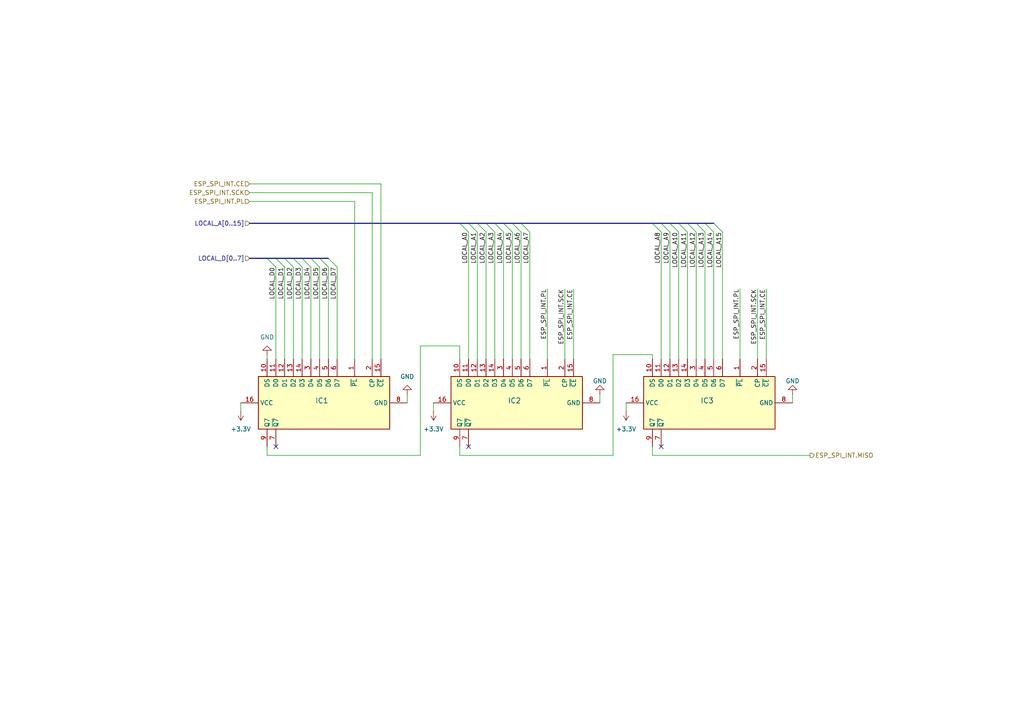
<source format=kicad_sch>
(kicad_sch
	(version 20231120)
	(generator "eeschema")
	(generator_version "8.0")
	(uuid "c77a1f61-97dd-459c-9d91-00b0acbe4ada")
	(paper "A4")
	(lib_symbols
		(symbol "74xx:74HC165"
			(exclude_from_sim no)
			(in_bom yes)
			(on_board yes)
			(property "Reference" "U"
				(at -7.62 19.05 0)
				(effects
					(font
						(size 1.27 1.27)
					)
				)
			)
			(property "Value" "74HC165"
				(at -7.62 -21.59 0)
				(effects
					(font
						(size 1.27 1.27)
					)
				)
			)
			(property "Footprint" ""
				(at 0 0 0)
				(effects
					(font
						(size 1.27 1.27)
					)
					(hide yes)
				)
			)
			(property "Datasheet" "https://assets.nexperia.com/documents/data-sheet/74HC_HCT165.pdf"
				(at 0 0 0)
				(effects
					(font
						(size 1.27 1.27)
					)
					(hide yes)
				)
			)
			(property "Description" "Shift Register, 8-bit, Parallel Load"
				(at 0 0 0)
				(effects
					(font
						(size 1.27 1.27)
					)
					(hide yes)
				)
			)
			(property "ki_keywords" "8 bit shift register parallel load cmos"
				(at 0 0 0)
				(effects
					(font
						(size 1.27 1.27)
					)
					(hide yes)
				)
			)
			(property "ki_fp_filters" "DIP?16* SO*16*3.9x9.9mm*P1.27mm* SSOP*16*5.3x6.2mm*P0.65mm* TSSOP*16*4.4x5mm*P0.65*"
				(at 0 0 0)
				(effects
					(font
						(size 1.27 1.27)
					)
					(hide yes)
				)
			)
			(symbol "74HC165_1_0"
				(pin input line
					(at -12.7 -10.16 0)
					(length 5.08)
					(name "~{PL}"
						(effects
							(font
								(size 1.27 1.27)
							)
						)
					)
					(number "1"
						(effects
							(font
								(size 1.27 1.27)
							)
						)
					)
				)
				(pin input line
					(at -12.7 15.24 0)
					(length 5.08)
					(name "DS"
						(effects
							(font
								(size 1.27 1.27)
							)
						)
					)
					(number "10"
						(effects
							(font
								(size 1.27 1.27)
							)
						)
					)
				)
				(pin input line
					(at -12.7 12.7 0)
					(length 5.08)
					(name "D0"
						(effects
							(font
								(size 1.27 1.27)
							)
						)
					)
					(number "11"
						(effects
							(font
								(size 1.27 1.27)
							)
						)
					)
				)
				(pin input line
					(at -12.7 10.16 0)
					(length 5.08)
					(name "D1"
						(effects
							(font
								(size 1.27 1.27)
							)
						)
					)
					(number "12"
						(effects
							(font
								(size 1.27 1.27)
							)
						)
					)
				)
				(pin input line
					(at -12.7 7.62 0)
					(length 5.08)
					(name "D2"
						(effects
							(font
								(size 1.27 1.27)
							)
						)
					)
					(number "13"
						(effects
							(font
								(size 1.27 1.27)
							)
						)
					)
				)
				(pin input line
					(at -12.7 5.08 0)
					(length 5.08)
					(name "D3"
						(effects
							(font
								(size 1.27 1.27)
							)
						)
					)
					(number "14"
						(effects
							(font
								(size 1.27 1.27)
							)
						)
					)
				)
				(pin input line
					(at -12.7 -17.78 0)
					(length 5.08)
					(name "~{CE}"
						(effects
							(font
								(size 1.27 1.27)
							)
						)
					)
					(number "15"
						(effects
							(font
								(size 1.27 1.27)
							)
						)
					)
				)
				(pin power_in line
					(at 0 22.86 270)
					(length 5.08)
					(name "VCC"
						(effects
							(font
								(size 1.27 1.27)
							)
						)
					)
					(number "16"
						(effects
							(font
								(size 1.27 1.27)
							)
						)
					)
				)
				(pin input line
					(at -12.7 -15.24 0)
					(length 5.08)
					(name "CP"
						(effects
							(font
								(size 1.27 1.27)
							)
						)
					)
					(number "2"
						(effects
							(font
								(size 1.27 1.27)
							)
						)
					)
				)
				(pin input line
					(at -12.7 2.54 0)
					(length 5.08)
					(name "D4"
						(effects
							(font
								(size 1.27 1.27)
							)
						)
					)
					(number "3"
						(effects
							(font
								(size 1.27 1.27)
							)
						)
					)
				)
				(pin input line
					(at -12.7 0 0)
					(length 5.08)
					(name "D5"
						(effects
							(font
								(size 1.27 1.27)
							)
						)
					)
					(number "4"
						(effects
							(font
								(size 1.27 1.27)
							)
						)
					)
				)
				(pin input line
					(at -12.7 -2.54 0)
					(length 5.08)
					(name "D6"
						(effects
							(font
								(size 1.27 1.27)
							)
						)
					)
					(number "5"
						(effects
							(font
								(size 1.27 1.27)
							)
						)
					)
				)
				(pin input line
					(at -12.7 -5.08 0)
					(length 5.08)
					(name "D7"
						(effects
							(font
								(size 1.27 1.27)
							)
						)
					)
					(number "6"
						(effects
							(font
								(size 1.27 1.27)
							)
						)
					)
				)
				(pin output line
					(at 12.7 12.7 180)
					(length 5.08)
					(name "~{Q7}"
						(effects
							(font
								(size 1.27 1.27)
							)
						)
					)
					(number "7"
						(effects
							(font
								(size 1.27 1.27)
							)
						)
					)
				)
				(pin power_in line
					(at 0 -25.4 90)
					(length 5.08)
					(name "GND"
						(effects
							(font
								(size 1.27 1.27)
							)
						)
					)
					(number "8"
						(effects
							(font
								(size 1.27 1.27)
							)
						)
					)
				)
				(pin output line
					(at 12.7 15.24 180)
					(length 5.08)
					(name "Q7"
						(effects
							(font
								(size 1.27 1.27)
							)
						)
					)
					(number "9"
						(effects
							(font
								(size 1.27 1.27)
							)
						)
					)
				)
			)
			(symbol "74HC165_1_1"
				(rectangle
					(start -7.62 17.78)
					(end 7.62 -20.32)
					(stroke
						(width 0.254)
						(type default)
					)
					(fill
						(type background)
					)
				)
			)
		)
		(symbol "power:+3.3V"
			(power)
			(pin_numbers hide)
			(pin_names
				(offset 0) hide)
			(exclude_from_sim no)
			(in_bom yes)
			(on_board yes)
			(property "Reference" "#PWR"
				(at 0 -3.81 0)
				(effects
					(font
						(size 1.27 1.27)
					)
					(hide yes)
				)
			)
			(property "Value" "+3.3V"
				(at 0 3.556 0)
				(effects
					(font
						(size 1.27 1.27)
					)
				)
			)
			(property "Footprint" ""
				(at 0 0 0)
				(effects
					(font
						(size 1.27 1.27)
					)
					(hide yes)
				)
			)
			(property "Datasheet" ""
				(at 0 0 0)
				(effects
					(font
						(size 1.27 1.27)
					)
					(hide yes)
				)
			)
			(property "Description" "Power symbol creates a global label with name \"+3.3V\""
				(at 0 0 0)
				(effects
					(font
						(size 1.27 1.27)
					)
					(hide yes)
				)
			)
			(property "ki_keywords" "global power"
				(at 0 0 0)
				(effects
					(font
						(size 1.27 1.27)
					)
					(hide yes)
				)
			)
			(symbol "+3.3V_0_1"
				(polyline
					(pts
						(xy -0.762 1.27) (xy 0 2.54)
					)
					(stroke
						(width 0)
						(type default)
					)
					(fill
						(type none)
					)
				)
				(polyline
					(pts
						(xy 0 0) (xy 0 2.54)
					)
					(stroke
						(width 0)
						(type default)
					)
					(fill
						(type none)
					)
				)
				(polyline
					(pts
						(xy 0 2.54) (xy 0.762 1.27)
					)
					(stroke
						(width 0)
						(type default)
					)
					(fill
						(type none)
					)
				)
			)
			(symbol "+3.3V_1_1"
				(pin power_in line
					(at 0 0 90)
					(length 0)
					(name "~"
						(effects
							(font
								(size 1.27 1.27)
							)
						)
					)
					(number "1"
						(effects
							(font
								(size 1.27 1.27)
							)
						)
					)
				)
			)
		)
		(symbol "power:GND"
			(power)
			(pin_numbers hide)
			(pin_names
				(offset 0) hide)
			(exclude_from_sim no)
			(in_bom yes)
			(on_board yes)
			(property "Reference" "#PWR"
				(at 0 -6.35 0)
				(effects
					(font
						(size 1.27 1.27)
					)
					(hide yes)
				)
			)
			(property "Value" "GND"
				(at 0 -3.81 0)
				(effects
					(font
						(size 1.27 1.27)
					)
				)
			)
			(property "Footprint" ""
				(at 0 0 0)
				(effects
					(font
						(size 1.27 1.27)
					)
					(hide yes)
				)
			)
			(property "Datasheet" ""
				(at 0 0 0)
				(effects
					(font
						(size 1.27 1.27)
					)
					(hide yes)
				)
			)
			(property "Description" "Power symbol creates a global label with name \"GND\" , ground"
				(at 0 0 0)
				(effects
					(font
						(size 1.27 1.27)
					)
					(hide yes)
				)
			)
			(property "ki_keywords" "global power"
				(at 0 0 0)
				(effects
					(font
						(size 1.27 1.27)
					)
					(hide yes)
				)
			)
			(symbol "GND_0_1"
				(polyline
					(pts
						(xy 0 0) (xy 0 -1.27) (xy 1.27 -1.27) (xy 0 -2.54) (xy -1.27 -1.27) (xy 0 -1.27)
					)
					(stroke
						(width 0)
						(type default)
					)
					(fill
						(type none)
					)
				)
			)
			(symbol "GND_1_1"
				(pin power_in line
					(at 0 0 270)
					(length 0)
					(name "~"
						(effects
							(font
								(size 1.27 1.27)
							)
						)
					)
					(number "1"
						(effects
							(font
								(size 1.27 1.27)
							)
						)
					)
				)
			)
		)
	)
	(no_connect
		(at 135.89 129.54)
		(uuid "5762f6f6-88ad-4d77-867a-6d8dbc15e3d5")
	)
	(no_connect
		(at 80.01 129.54)
		(uuid "729a51d4-7875-4119-b864-8399f67cf1d6")
	)
	(no_connect
		(at 191.77 129.54)
		(uuid "ec9ddf95-f83f-479d-8158-db37d4f6f308")
	)
	(bus_entry
		(at 148.59 64.77)
		(size 2.54 2.54)
		(stroke
			(width 0)
			(type default)
		)
		(uuid "03a1f17c-9a9c-4c73-81b8-bf63fd14c9b0")
	)
	(bus_entry
		(at 189.23 64.77)
		(size 2.54 2.54)
		(stroke
			(width 0)
			(type default)
		)
		(uuid "1541c21e-1686-4592-b04d-adb34da63b53")
	)
	(bus_entry
		(at 191.77 64.77)
		(size 2.54 2.54)
		(stroke
			(width 0)
			(type default)
		)
		(uuid "27c8ddc1-2784-4585-9d6b-376d1b5622fb")
	)
	(bus_entry
		(at 199.39 64.77)
		(size 2.54 2.54)
		(stroke
			(width 0)
			(type default)
		)
		(uuid "2a96a6ea-f907-4ccb-838a-b8f54f4c8cb0")
	)
	(bus_entry
		(at 207.01 64.77)
		(size 2.54 2.54)
		(stroke
			(width 0)
			(type default)
		)
		(uuid "30546678-f203-4346-957e-aabc1e017c68")
	)
	(bus_entry
		(at 196.85 64.77)
		(size 2.54 2.54)
		(stroke
			(width 0)
			(type default)
		)
		(uuid "346ad1ab-2b6c-4426-876f-4a382398025a")
	)
	(bus_entry
		(at 82.55 74.93)
		(size 2.54 2.54)
		(stroke
			(width 0)
			(type default)
		)
		(uuid "36482768-6c6d-42c8-a1bd-aff41af1d81a")
	)
	(bus_entry
		(at 80.01 74.93)
		(size 2.54 2.54)
		(stroke
			(width 0)
			(type default)
		)
		(uuid "5a1fe13d-470c-4c99-89bd-86797d46c555")
	)
	(bus_entry
		(at 143.51 64.77)
		(size 2.54 2.54)
		(stroke
			(width 0)
			(type default)
		)
		(uuid "5deece97-aaac-4c5e-8a4d-4f2ccc3c39da")
	)
	(bus_entry
		(at 151.13 64.77)
		(size 2.54 2.54)
		(stroke
			(width 0)
			(type default)
		)
		(uuid "65de6506-b017-43d1-810c-3410a893a600")
	)
	(bus_entry
		(at 92.71 74.93)
		(size 2.54 2.54)
		(stroke
			(width 0)
			(type default)
		)
		(uuid "66b7ed5e-7aa8-4f6e-918c-346b8fdff431")
	)
	(bus_entry
		(at 135.89 64.77)
		(size 2.54 2.54)
		(stroke
			(width 0)
			(type default)
		)
		(uuid "86632c24-3ee1-4d96-a5c5-4e98a19452c6")
	)
	(bus_entry
		(at 133.35 64.77)
		(size 2.54 2.54)
		(stroke
			(width 0)
			(type default)
		)
		(uuid "89fe470f-6200-4f0d-a390-35b5f83081a8")
	)
	(bus_entry
		(at 204.47 64.77)
		(size 2.54 2.54)
		(stroke
			(width 0)
			(type default)
		)
		(uuid "a180a19d-5cf5-4677-84e7-0ef127594743")
	)
	(bus_entry
		(at 201.93 64.77)
		(size 2.54 2.54)
		(stroke
			(width 0)
			(type default)
		)
		(uuid "a86cad71-3f72-49a1-be19-b8903a2999e2")
	)
	(bus_entry
		(at 85.09 74.93)
		(size 2.54 2.54)
		(stroke
			(width 0)
			(type default)
		)
		(uuid "aadbbb1a-e816-4207-a209-14cc99b9e0de")
	)
	(bus_entry
		(at 95.25 74.93)
		(size 2.54 2.54)
		(stroke
			(width 0)
			(type default)
		)
		(uuid "b5cf4e86-8139-45c1-b76e-398cb4a84c9d")
	)
	(bus_entry
		(at 90.17 74.93)
		(size 2.54 2.54)
		(stroke
			(width 0)
			(type default)
		)
		(uuid "be2939d9-9f29-4898-873d-74884f174a4f")
	)
	(bus_entry
		(at 194.31 64.77)
		(size 2.54 2.54)
		(stroke
			(width 0)
			(type default)
		)
		(uuid "c6d467ec-bb1b-4bcd-9088-083217b8409e")
	)
	(bus_entry
		(at 77.47 74.93)
		(size 2.54 2.54)
		(stroke
			(width 0)
			(type default)
		)
		(uuid "c95bfc98-b7d5-40a2-aa3c-c225c953ede4")
	)
	(bus_entry
		(at 87.63 74.93)
		(size 2.54 2.54)
		(stroke
			(width 0)
			(type default)
		)
		(uuid "d5a42b81-5418-4c1d-87b4-9232598e0cc5")
	)
	(bus_entry
		(at 138.43 64.77)
		(size 2.54 2.54)
		(stroke
			(width 0)
			(type default)
		)
		(uuid "e81258cb-4669-4ee7-8dbc-ddd7b3b05c4e")
	)
	(bus_entry
		(at 146.05 64.77)
		(size 2.54 2.54)
		(stroke
			(width 0)
			(type default)
		)
		(uuid "f5758b20-afe6-4d72-ae0d-b59678122e49")
	)
	(bus_entry
		(at 140.97 64.77)
		(size 2.54 2.54)
		(stroke
			(width 0)
			(type default)
		)
		(uuid "fa303659-6eb8-4edd-a35c-0a2c07d88666")
	)
	(wire
		(pts
			(xy 80.01 77.47) (xy 80.01 104.14)
		)
		(stroke
			(width 0)
			(type default)
		)
		(uuid "057891c5-c56c-4148-91ed-c9d1ba543422")
	)
	(wire
		(pts
			(xy 181.61 119.38) (xy 181.61 116.84)
		)
		(stroke
			(width 0)
			(type default)
		)
		(uuid "0867a649-e3e0-4d43-b0c5-cbc62b5ea5d8")
	)
	(wire
		(pts
			(xy 158.75 83.82) (xy 158.75 104.14)
		)
		(stroke
			(width 0)
			(type default)
		)
		(uuid "0cc50f3c-9520-4d05-a945-db00a6ba629c")
	)
	(bus
		(pts
			(xy 140.97 64.77) (xy 143.51 64.77)
		)
		(stroke
			(width 0)
			(type default)
		)
		(uuid "19339ec2-ad20-4c91-a88e-ebbf72f93355")
	)
	(wire
		(pts
			(xy 77.47 102.87) (xy 77.47 104.14)
		)
		(stroke
			(width 0)
			(type default)
		)
		(uuid "195571a7-1ebc-4215-9429-73ac37288ad4")
	)
	(wire
		(pts
			(xy 146.05 67.31) (xy 146.05 104.14)
		)
		(stroke
			(width 0)
			(type default)
		)
		(uuid "19863597-49f0-4c18-bafa-4e6033b69373")
	)
	(wire
		(pts
			(xy 219.71 83.82) (xy 219.71 104.14)
		)
		(stroke
			(width 0)
			(type default)
		)
		(uuid "1cc9f0fc-1f55-400b-a775-d7c2a0d05ee7")
	)
	(wire
		(pts
			(xy 163.83 83.82) (xy 163.83 104.14)
		)
		(stroke
			(width 0)
			(type default)
		)
		(uuid "1fd52927-0301-4c71-abee-e1160a6a5104")
	)
	(wire
		(pts
			(xy 133.35 132.08) (xy 133.35 129.54)
		)
		(stroke
			(width 0)
			(type default)
		)
		(uuid "214742d1-9a20-4c48-8412-7fa60c3925a1")
	)
	(wire
		(pts
			(xy 189.23 132.08) (xy 234.95 132.08)
		)
		(stroke
			(width 0)
			(type default)
		)
		(uuid "23941e13-edae-4441-ad2a-145541905276")
	)
	(bus
		(pts
			(xy 196.85 64.77) (xy 199.39 64.77)
		)
		(stroke
			(width 0)
			(type default)
		)
		(uuid "23f49e2b-d775-4bf7-a939-029ccea8e48f")
	)
	(wire
		(pts
			(xy 229.87 114.3) (xy 229.87 116.84)
		)
		(stroke
			(width 0)
			(type default)
		)
		(uuid "281569cf-4e25-4a3c-ad69-36b62cebbd3c")
	)
	(wire
		(pts
			(xy 148.59 67.31) (xy 148.59 104.14)
		)
		(stroke
			(width 0)
			(type default)
		)
		(uuid "2a207457-b73e-4fe3-843a-d4c64d93a3f5")
	)
	(bus
		(pts
			(xy 72.39 64.77) (xy 133.35 64.77)
		)
		(stroke
			(width 0)
			(type default)
		)
		(uuid "2b195240-fda3-4484-b2a2-03027c611e04")
	)
	(bus
		(pts
			(xy 80.01 74.93) (xy 82.55 74.93)
		)
		(stroke
			(width 0)
			(type default)
		)
		(uuid "2cf9ebe6-7800-4170-9972-0370bea810bc")
	)
	(wire
		(pts
			(xy 90.17 77.47) (xy 90.17 104.14)
		)
		(stroke
			(width 0)
			(type default)
		)
		(uuid "2d590a03-765c-4a6f-aa38-217a10981c38")
	)
	(wire
		(pts
			(xy 118.11 114.3) (xy 118.11 116.84)
		)
		(stroke
			(width 0)
			(type default)
		)
		(uuid "2f54d6ca-bfe7-4d47-bd63-c02973b4a4e9")
	)
	(wire
		(pts
			(xy 177.8 132.08) (xy 177.8 102.87)
		)
		(stroke
			(width 0)
			(type default)
		)
		(uuid "2f8e7934-049b-42c1-88c3-265c1365f068")
	)
	(bus
		(pts
			(xy 138.43 64.77) (xy 140.97 64.77)
		)
		(stroke
			(width 0)
			(type default)
		)
		(uuid "30219884-d60a-4774-b209-034fde446314")
	)
	(bus
		(pts
			(xy 201.93 64.77) (xy 204.47 64.77)
		)
		(stroke
			(width 0)
			(type default)
		)
		(uuid "3250c4d2-66af-4ea7-86c4-6b1060ec025b")
	)
	(wire
		(pts
			(xy 209.55 67.31) (xy 209.55 104.14)
		)
		(stroke
			(width 0)
			(type default)
		)
		(uuid "32a74191-1f8d-4ce6-a41d-10a4ee09d0bb")
	)
	(wire
		(pts
			(xy 204.47 67.31) (xy 204.47 104.14)
		)
		(stroke
			(width 0)
			(type default)
		)
		(uuid "338a2814-c336-4e6a-bce8-9fb699be1486")
	)
	(wire
		(pts
			(xy 207.01 67.31) (xy 207.01 104.14)
		)
		(stroke
			(width 0)
			(type default)
		)
		(uuid "3602ab72-7759-4023-8b07-b095dc995973")
	)
	(wire
		(pts
			(xy 138.43 67.31) (xy 138.43 104.14)
		)
		(stroke
			(width 0)
			(type default)
		)
		(uuid "47c9bb52-6d17-4a11-8709-e50cc9d4d198")
	)
	(bus
		(pts
			(xy 191.77 64.77) (xy 194.31 64.77)
		)
		(stroke
			(width 0)
			(type default)
		)
		(uuid "4aab39dc-97a8-4bb3-bf50-942a8ecf8056")
	)
	(wire
		(pts
			(xy 143.51 67.31) (xy 143.51 104.14)
		)
		(stroke
			(width 0)
			(type default)
		)
		(uuid "4ab53780-1906-4003-9dbb-12a69e065512")
	)
	(wire
		(pts
			(xy 72.39 53.34) (xy 110.49 53.34)
		)
		(stroke
			(width 0)
			(type default)
		)
		(uuid "515af401-5099-4d7b-a319-4ea0034a707c")
	)
	(wire
		(pts
			(xy 214.63 83.82) (xy 214.63 104.14)
		)
		(stroke
			(width 0)
			(type default)
		)
		(uuid "5899d26f-38df-45dc-aa57-4a3aa61a6dd8")
	)
	(bus
		(pts
			(xy 148.59 64.77) (xy 151.13 64.77)
		)
		(stroke
			(width 0)
			(type default)
		)
		(uuid "5cb727fe-ac6a-4557-b4d7-206b3fdae1ab")
	)
	(wire
		(pts
			(xy 189.23 102.87) (xy 189.23 104.14)
		)
		(stroke
			(width 0)
			(type default)
		)
		(uuid "5ef9229e-32f8-4b48-836a-9a8faac45d55")
	)
	(bus
		(pts
			(xy 189.23 64.77) (xy 191.77 64.77)
		)
		(stroke
			(width 0)
			(type default)
		)
		(uuid "603af830-6378-48e0-a325-226b3346079d")
	)
	(bus
		(pts
			(xy 135.89 64.77) (xy 138.43 64.77)
		)
		(stroke
			(width 0)
			(type default)
		)
		(uuid "607073e0-1348-4e22-80f5-557021be7292")
	)
	(wire
		(pts
			(xy 87.63 77.47) (xy 87.63 104.14)
		)
		(stroke
			(width 0)
			(type default)
		)
		(uuid "65852163-4f40-454a-ae80-4243f854166e")
	)
	(bus
		(pts
			(xy 133.35 64.77) (xy 135.89 64.77)
		)
		(stroke
			(width 0)
			(type default)
		)
		(uuid "678be147-feb9-4c60-bb82-971e365c95e7")
	)
	(wire
		(pts
			(xy 77.47 129.54) (xy 77.47 132.08)
		)
		(stroke
			(width 0)
			(type default)
		)
		(uuid "6a592c14-cb6a-4989-9e8f-d3e7c8171183")
	)
	(wire
		(pts
			(xy 97.79 77.47) (xy 97.79 104.14)
		)
		(stroke
			(width 0)
			(type default)
		)
		(uuid "6cf8aee4-581c-4f8f-be4c-d834d7970739")
	)
	(bus
		(pts
			(xy 82.55 74.93) (xy 85.09 74.93)
		)
		(stroke
			(width 0)
			(type default)
		)
		(uuid "746144dd-0bb4-409e-b182-e9ef89848f4a")
	)
	(wire
		(pts
			(xy 177.8 102.87) (xy 189.23 102.87)
		)
		(stroke
			(width 0)
			(type default)
		)
		(uuid "7561334a-009a-4039-babd-58f250132287")
	)
	(wire
		(pts
			(xy 194.31 67.31) (xy 194.31 104.14)
		)
		(stroke
			(width 0)
			(type default)
		)
		(uuid "7da07093-1779-4760-8833-03778fca3439")
	)
	(bus
		(pts
			(xy 77.47 74.93) (xy 80.01 74.93)
		)
		(stroke
			(width 0)
			(type default)
		)
		(uuid "7ebc342a-0e04-431b-883b-c638d19d68da")
	)
	(wire
		(pts
			(xy 153.67 67.31) (xy 153.67 104.14)
		)
		(stroke
			(width 0)
			(type default)
		)
		(uuid "8e0245f5-1d0a-4e03-8777-141b57aed12f")
	)
	(bus
		(pts
			(xy 72.39 74.93) (xy 77.47 74.93)
		)
		(stroke
			(width 0)
			(type default)
		)
		(uuid "8e6a2c60-42c6-42b5-9600-c897c4567e2e")
	)
	(bus
		(pts
			(xy 143.51 64.77) (xy 146.05 64.77)
		)
		(stroke
			(width 0)
			(type default)
		)
		(uuid "8fb1b98f-f85e-431a-8337-71b3e0cfa8f6")
	)
	(bus
		(pts
			(xy 199.39 64.77) (xy 201.93 64.77)
		)
		(stroke
			(width 0)
			(type default)
		)
		(uuid "9029c17c-07f0-452f-a1b6-4ce24a1183dc")
	)
	(bus
		(pts
			(xy 146.05 64.77) (xy 148.59 64.77)
		)
		(stroke
			(width 0)
			(type default)
		)
		(uuid "92fe10e5-4d09-4d4d-87ea-d1105f6db148")
	)
	(wire
		(pts
			(xy 140.97 67.31) (xy 140.97 104.14)
		)
		(stroke
			(width 0)
			(type default)
		)
		(uuid "9346180c-d19e-46cd-99c4-a42eb1aa3a2f")
	)
	(wire
		(pts
			(xy 72.39 55.88) (xy 107.95 55.88)
		)
		(stroke
			(width 0)
			(type default)
		)
		(uuid "93543f44-7b1a-49e3-9400-fa15365741a2")
	)
	(bus
		(pts
			(xy 87.63 74.93) (xy 90.17 74.93)
		)
		(stroke
			(width 0)
			(type default)
		)
		(uuid "998f1ecb-ca50-4218-86bd-c344940f039b")
	)
	(wire
		(pts
			(xy 201.93 67.31) (xy 201.93 104.14)
		)
		(stroke
			(width 0)
			(type default)
		)
		(uuid "9d06ddf2-fd56-4b63-8fb4-3bc42278a215")
	)
	(wire
		(pts
			(xy 125.73 119.38) (xy 125.73 116.84)
		)
		(stroke
			(width 0)
			(type default)
		)
		(uuid "a01785ab-b7ba-4fbc-a466-6e013b0b9d48")
	)
	(wire
		(pts
			(xy 199.39 67.31) (xy 199.39 104.14)
		)
		(stroke
			(width 0)
			(type default)
		)
		(uuid "a023534d-d01c-4a0f-a6c1-edfbdd405d8b")
	)
	(wire
		(pts
			(xy 166.37 83.82) (xy 166.37 104.14)
		)
		(stroke
			(width 0)
			(type default)
		)
		(uuid "a0ccda8a-66a9-49a7-9612-fdf7f9b7eb2a")
	)
	(bus
		(pts
			(xy 90.17 74.93) (xy 92.71 74.93)
		)
		(stroke
			(width 0)
			(type default)
		)
		(uuid "a1a5f253-8fed-441b-9362-7ba0947d6b69")
	)
	(wire
		(pts
			(xy 121.92 132.08) (xy 121.92 100.33)
		)
		(stroke
			(width 0)
			(type default)
		)
		(uuid "a469d403-7f1c-4d7c-ba09-c3eb0abb2b69")
	)
	(wire
		(pts
			(xy 72.39 58.42) (xy 102.87 58.42)
		)
		(stroke
			(width 0)
			(type default)
		)
		(uuid "a4977ec6-6458-492c-8755-9fcf2de15730")
	)
	(wire
		(pts
			(xy 133.35 132.08) (xy 177.8 132.08)
		)
		(stroke
			(width 0)
			(type default)
		)
		(uuid "a88d737f-269a-4d12-a5d8-7f862b02e451")
	)
	(wire
		(pts
			(xy 102.87 58.42) (xy 102.87 104.14)
		)
		(stroke
			(width 0)
			(type default)
		)
		(uuid "aa099d2b-3cf2-4312-b107-9499712c87b8")
	)
	(wire
		(pts
			(xy 121.92 100.33) (xy 133.35 100.33)
		)
		(stroke
			(width 0)
			(type default)
		)
		(uuid "ae87e97c-f711-4c90-8faa-1fb3cb715ea8")
	)
	(bus
		(pts
			(xy 204.47 64.77) (xy 207.01 64.77)
		)
		(stroke
			(width 0)
			(type default)
		)
		(uuid "b04213c0-6f93-4cea-a096-a6ab880ecdad")
	)
	(bus
		(pts
			(xy 92.71 74.93) (xy 95.25 74.93)
		)
		(stroke
			(width 0)
			(type default)
		)
		(uuid "b1547a59-d9f3-482c-9d96-d30dc491f9cd")
	)
	(wire
		(pts
			(xy 107.95 55.88) (xy 107.95 104.14)
		)
		(stroke
			(width 0)
			(type default)
		)
		(uuid "be0f2fb2-d745-41fe-b148-2e5ff1534e8b")
	)
	(wire
		(pts
			(xy 135.89 67.31) (xy 135.89 104.14)
		)
		(stroke
			(width 0)
			(type default)
		)
		(uuid "c46d0d32-6366-4a32-a692-7ee12743664a")
	)
	(wire
		(pts
			(xy 173.99 114.3) (xy 173.99 116.84)
		)
		(stroke
			(width 0)
			(type default)
		)
		(uuid "c498c26e-9e4d-4746-ae86-040da008b18d")
	)
	(wire
		(pts
			(xy 85.09 77.47) (xy 85.09 104.14)
		)
		(stroke
			(width 0)
			(type default)
		)
		(uuid "c8e68d66-ee2c-4ed5-a7f3-838013070552")
	)
	(wire
		(pts
			(xy 82.55 77.47) (xy 82.55 104.14)
		)
		(stroke
			(width 0)
			(type default)
		)
		(uuid "c9f1b2f1-f0f2-4962-9a00-41e51834531d")
	)
	(bus
		(pts
			(xy 194.31 64.77) (xy 196.85 64.77)
		)
		(stroke
			(width 0)
			(type default)
		)
		(uuid "ca20f021-8fb4-415a-8b0e-31504f539131")
	)
	(wire
		(pts
			(xy 110.49 53.34) (xy 110.49 104.14)
		)
		(stroke
			(width 0)
			(type default)
		)
		(uuid "ca53bb44-13ba-4a89-b5f7-0cd1f3fbab74")
	)
	(bus
		(pts
			(xy 151.13 64.77) (xy 189.23 64.77)
		)
		(stroke
			(width 0)
			(type default)
		)
		(uuid "cf5e5c3f-6bca-4032-84f8-302cd37f2f9b")
	)
	(wire
		(pts
			(xy 196.85 67.31) (xy 196.85 104.14)
		)
		(stroke
			(width 0)
			(type default)
		)
		(uuid "d472312f-0b26-4edd-b8e9-1584c1ee7c4c")
	)
	(wire
		(pts
			(xy 222.25 83.82) (xy 222.25 104.14)
		)
		(stroke
			(width 0)
			(type default)
		)
		(uuid "db8ce0eb-07fb-418b-bd26-6a7f6965083b")
	)
	(wire
		(pts
			(xy 69.85 119.38) (xy 69.85 116.84)
		)
		(stroke
			(width 0)
			(type default)
		)
		(uuid "e1117cea-8630-4b17-9a60-ad8b6f38c03e")
	)
	(wire
		(pts
			(xy 191.77 67.31) (xy 191.77 104.14)
		)
		(stroke
			(width 0)
			(type default)
		)
		(uuid "e6144987-2741-485b-b9ba-d1b3ed913b12")
	)
	(bus
		(pts
			(xy 85.09 74.93) (xy 87.63 74.93)
		)
		(stroke
			(width 0)
			(type default)
		)
		(uuid "e7da3d07-f55f-4a3c-b1b6-a3fb33d532eb")
	)
	(wire
		(pts
			(xy 133.35 100.33) (xy 133.35 104.14)
		)
		(stroke
			(width 0)
			(type default)
		)
		(uuid "e8daa349-9cc0-418f-bc48-47f421f91ed0")
	)
	(wire
		(pts
			(xy 151.13 67.31) (xy 151.13 104.14)
		)
		(stroke
			(width 0)
			(type default)
		)
		(uuid "e9527c70-6dde-4090-b2e2-6a2f15d91a46")
	)
	(wire
		(pts
			(xy 77.47 132.08) (xy 121.92 132.08)
		)
		(stroke
			(width 0)
			(type default)
		)
		(uuid "f40d6e4e-3b1b-47e5-a6d7-c2732fdd98d8")
	)
	(wire
		(pts
			(xy 189.23 132.08) (xy 189.23 129.54)
		)
		(stroke
			(width 0)
			(type default)
		)
		(uuid "f4a2f167-611b-4214-be00-8b8306cb1393")
	)
	(wire
		(pts
			(xy 95.25 77.47) (xy 95.25 104.14)
		)
		(stroke
			(width 0)
			(type default)
		)
		(uuid "f8176315-97db-4602-a0e2-cc0d6ee577a5")
	)
	(wire
		(pts
			(xy 92.71 77.47) (xy 92.71 104.14)
		)
		(stroke
			(width 0)
			(type default)
		)
		(uuid "fd1295ea-a6b3-40b9-813c-cf37875eb5cd")
	)
	(label "ESP_SPI_INT.PL"
		(at 158.75 83.82 270)
		(fields_autoplaced yes)
		(effects
			(font
				(size 1.27 1.27)
			)
			(justify right bottom)
		)
		(uuid "01771881-10c2-4d92-97d8-4912ee59657d")
	)
	(label "LOCAL_A5"
		(at 148.59 67.31 270)
		(fields_autoplaced yes)
		(effects
			(font
				(size 1.27 1.27)
			)
			(justify right bottom)
		)
		(uuid "0c0d628d-121d-491c-a892-96aa8e769ec7")
	)
	(label "LOCAL_D4"
		(at 90.17 77.47 270)
		(fields_autoplaced yes)
		(effects
			(font
				(size 1.27 1.27)
			)
			(justify right bottom)
		)
		(uuid "1d75cdef-5b95-4992-b4a5-44d009304435")
	)
	(label "LOCAL_A6"
		(at 151.13 67.31 270)
		(fields_autoplaced yes)
		(effects
			(font
				(size 1.27 1.27)
			)
			(justify right bottom)
		)
		(uuid "1da23cce-a15c-4d9c-834a-bce7798896b3")
	)
	(label "ESP_SPI_INT.SCK"
		(at 219.71 83.82 270)
		(fields_autoplaced yes)
		(effects
			(font
				(size 1.27 1.27)
			)
			(justify right bottom)
		)
		(uuid "20a3493e-abf0-4480-94e7-cf0a9c20f49c")
	)
	(label "LOCAL_D6"
		(at 95.25 77.47 270)
		(fields_autoplaced yes)
		(effects
			(font
				(size 1.27 1.27)
			)
			(justify right bottom)
		)
		(uuid "20baa82b-c3ed-4be6-adde-923f2a2c391c")
	)
	(label "LOCAL_A11"
		(at 199.39 67.31 270)
		(fields_autoplaced yes)
		(effects
			(font
				(size 1.27 1.27)
			)
			(justify right bottom)
		)
		(uuid "20bcc722-0cac-453b-a80a-69e6a8969d06")
	)
	(label "LOCAL_D2"
		(at 85.09 77.47 270)
		(fields_autoplaced yes)
		(effects
			(font
				(size 1.27 1.27)
			)
			(justify right bottom)
		)
		(uuid "29c82289-5fdf-4cef-9b30-efd668f4ca5a")
	)
	(label "ESP_SPI_INT.SCK"
		(at 163.83 83.82 270)
		(fields_autoplaced yes)
		(effects
			(font
				(size 1.27 1.27)
			)
			(justify right bottom)
		)
		(uuid "3c717a21-008e-4db2-968e-d869fdca8ccb")
	)
	(label "LOCAL_A4"
		(at 146.05 67.31 270)
		(fields_autoplaced yes)
		(effects
			(font
				(size 1.27 1.27)
			)
			(justify right bottom)
		)
		(uuid "40c7482a-72b4-46aa-997c-bfc1990e010e")
	)
	(label "LOCAL_A9"
		(at 194.31 67.31 270)
		(fields_autoplaced yes)
		(effects
			(font
				(size 1.27 1.27)
			)
			(justify right bottom)
		)
		(uuid "485711d0-8a0b-4157-b1e2-49b6254372ec")
	)
	(label "LOCAL_D1"
		(at 82.55 77.47 270)
		(fields_autoplaced yes)
		(effects
			(font
				(size 1.27 1.27)
			)
			(justify right bottom)
		)
		(uuid "4e718eda-ecb2-4b80-8499-dfa0db26aedc")
	)
	(label "LOCAL_D0"
		(at 80.01 77.47 270)
		(fields_autoplaced yes)
		(effects
			(font
				(size 1.27 1.27)
			)
			(justify right bottom)
		)
		(uuid "514819c2-dd5f-48bc-88aa-bff70aa5c158")
	)
	(label "LOCAL_A13"
		(at 204.47 67.31 270)
		(fields_autoplaced yes)
		(effects
			(font
				(size 1.27 1.27)
			)
			(justify right bottom)
		)
		(uuid "5d54a985-9e22-406b-989f-bf0b5598f1f0")
	)
	(label "LOCAL_A7"
		(at 153.67 67.31 270)
		(fields_autoplaced yes)
		(effects
			(font
				(size 1.27 1.27)
			)
			(justify right bottom)
		)
		(uuid "5d8575d8-7964-47ab-a1a1-380f0dcc69d9")
	)
	(label "ESP_SPI_INT.CE"
		(at 222.25 83.82 270)
		(fields_autoplaced yes)
		(effects
			(font
				(size 1.27 1.27)
			)
			(justify right bottom)
		)
		(uuid "67a361ce-05f5-44ea-a43f-862670272af6")
	)
	(label "LOCAL_D3"
		(at 87.63 77.47 270)
		(fields_autoplaced yes)
		(effects
			(font
				(size 1.27 1.27)
			)
			(justify right bottom)
		)
		(uuid "7e47f12d-a5a0-42de-855d-2c3581c65ee8")
	)
	(label "LOCAL_A15"
		(at 209.55 67.31 270)
		(fields_autoplaced yes)
		(effects
			(font
				(size 1.27 1.27)
			)
			(justify right bottom)
		)
		(uuid "8689ee65-b4f0-4d6f-bf94-2e27ce0e7126")
	)
	(label "LOCAL_A0"
		(at 135.89 67.31 270)
		(fields_autoplaced yes)
		(effects
			(font
				(size 1.27 1.27)
			)
			(justify right bottom)
		)
		(uuid "a0e74164-40b6-4e75-9c04-a11cb491cc1b")
	)
	(label "ESP_SPI_INT.PL"
		(at 214.63 83.82 270)
		(fields_autoplaced yes)
		(effects
			(font
				(size 1.27 1.27)
			)
			(justify right bottom)
		)
		(uuid "af60d373-d881-4918-ad76-7c118d7e1461")
	)
	(label "LOCAL_A3"
		(at 143.51 67.31 270)
		(fields_autoplaced yes)
		(effects
			(font
				(size 1.27 1.27)
			)
			(justify right bottom)
		)
		(uuid "b22cdf3f-554d-4e86-9413-8133e25e0451")
	)
	(label "LOCAL_A8"
		(at 191.77 67.31 270)
		(fields_autoplaced yes)
		(effects
			(font
				(size 1.27 1.27)
			)
			(justify right bottom)
		)
		(uuid "b46f7e2e-cf37-425f-98c4-1cbc87a21c6b")
	)
	(label "LOCAL_A1"
		(at 138.43 67.31 270)
		(fields_autoplaced yes)
		(effects
			(font
				(size 1.27 1.27)
			)
			(justify right bottom)
		)
		(uuid "c16a8006-23a8-4bd9-8114-ba6b15332b9e")
	)
	(label "LOCAL_D5"
		(at 92.71 77.47 270)
		(fields_autoplaced yes)
		(effects
			(font
				(size 1.27 1.27)
			)
			(justify right bottom)
		)
		(uuid "cfba0328-ca85-4007-9f2c-253859c713d6")
	)
	(label "LOCAL_D7"
		(at 97.79 77.47 270)
		(fields_autoplaced yes)
		(effects
			(font
				(size 1.27 1.27)
			)
			(justify right bottom)
		)
		(uuid "d2c43e2b-0741-407f-9b44-fa6c2f1d9a8e")
	)
	(label "LOCAL_A14"
		(at 207.01 67.31 270)
		(fields_autoplaced yes)
		(effects
			(font
				(size 1.27 1.27)
			)
			(justify right bottom)
		)
		(uuid "dfefd729-fa31-4ea2-bcae-3ad805b2a186")
	)
	(label "ESP_SPI_INT.CE"
		(at 166.37 83.82 270)
		(fields_autoplaced yes)
		(effects
			(font
				(size 1.27 1.27)
			)
			(justify right bottom)
		)
		(uuid "e37673ed-748e-4332-b088-ab37465bd93e")
	)
	(label "LOCAL_A12"
		(at 201.93 67.31 270)
		(fields_autoplaced yes)
		(effects
			(font
				(size 1.27 1.27)
			)
			(justify right bottom)
		)
		(uuid "ed09f7b6-e9e3-4c9e-9afc-d2688cbd3d98")
	)
	(label "LOCAL_A2"
		(at 140.97 67.31 270)
		(fields_autoplaced yes)
		(effects
			(font
				(size 1.27 1.27)
			)
			(justify right bottom)
		)
		(uuid "f8be56a2-d876-4478-8371-ef5ae663eec5")
	)
	(label "LOCAL_A10"
		(at 196.85 67.31 270)
		(fields_autoplaced yes)
		(effects
			(font
				(size 1.27 1.27)
			)
			(justify right bottom)
		)
		(uuid "fe57fa13-fc5c-4205-b69b-a807233450e5")
	)
	(hierarchical_label "ESP_SPI_INT.CE"
		(shape input)
		(at 72.39 53.34 180)
		(fields_autoplaced yes)
		(effects
			(font
				(size 1.27 1.27)
			)
			(justify right)
		)
		(uuid "25779443-3a5a-40d5-8d9d-de08635bbfef")
	)
	(hierarchical_label "ESP_SPI_INT.MISO"
		(shape output)
		(at 234.95 132.08 0)
		(fields_autoplaced yes)
		(effects
			(font
				(size 1.27 1.27)
			)
			(justify left)
		)
		(uuid "53bff52b-8b11-486d-8726-098674f4fac1")
	)
	(hierarchical_label "ESP_SPI_INT.PL"
		(shape input)
		(at 72.39 58.42 180)
		(fields_autoplaced yes)
		(effects
			(font
				(size 1.27 1.27)
			)
			(justify right)
		)
		(uuid "6f2c07b0-da09-4788-9d88-6319d83e5e0a")
	)
	(hierarchical_label "LOCAL_A[0..15]"
		(shape input)
		(at 72.39 64.77 180)
		(fields_autoplaced yes)
		(effects
			(font
				(size 1.27 1.27)
			)
			(justify right)
		)
		(uuid "be790e59-8a97-44ea-948e-7866f475c04c")
	)
	(hierarchical_label "LOCAL_D[0..7]"
		(shape input)
		(at 72.39 74.93 180)
		(fields_autoplaced yes)
		(effects
			(font
				(size 1.27 1.27)
			)
			(justify right)
		)
		(uuid "e6f4b50e-a5f2-4bc5-9de7-68f6348a4dca")
	)
	(hierarchical_label "ESP_SPI_INT.SCK"
		(shape input)
		(at 72.39 55.88 180)
		(fields_autoplaced yes)
		(effects
			(font
				(size 1.27 1.27)
			)
			(justify right)
		)
		(uuid "f5b6df5a-5a14-4a9d-aa29-ef2fb18d0e5d")
	)
	(symbol
		(lib_id "power:GND")
		(at 118.11 114.3 0)
		(mirror x)
		(unit 1)
		(exclude_from_sim no)
		(in_bom yes)
		(on_board yes)
		(dnp no)
		(fields_autoplaced yes)
		(uuid "22e570af-c6f2-4e74-85f9-c569e916058b")
		(property "Reference" "#PWR03"
			(at 118.11 107.95 0)
			(effects
				(font
					(size 1.27 1.27)
				)
				(hide yes)
			)
		)
		(property "Value" "GND"
			(at 118.11 109.22 0)
			(effects
				(font
					(size 1.27 1.27)
				)
			)
		)
		(property "Footprint" ""
			(at 118.11 114.3 0)
			(effects
				(font
					(size 1.27 1.27)
				)
				(hide yes)
			)
		)
		(property "Datasheet" ""
			(at 118.11 114.3 0)
			(effects
				(font
					(size 1.27 1.27)
				)
				(hide yes)
			)
		)
		(property "Description" "Power symbol creates a global label with name \"GND\" , ground"
			(at 118.11 114.3 0)
			(effects
				(font
					(size 1.27 1.27)
				)
				(hide yes)
			)
		)
		(pin "1"
			(uuid "de3b923e-9d24-4339-a264-888f7e882c0c")
		)
		(instances
			(project "FujiNet 4.0"
				(path "/3f4c9c6f-2a2f-4b07-95a4-300eafec0cc9/e89e02ac-97b1-4ed7-9215-dbe6f0f0ecbc/e12cc9cf-4eac-4753-853e-b9d839a4e048"
					(reference "#PWR03")
					(unit 1)
				)
			)
		)
	)
	(symbol
		(lib_id "power:GND")
		(at 173.99 114.3 0)
		(mirror x)
		(unit 1)
		(exclude_from_sim no)
		(in_bom yes)
		(on_board yes)
		(dnp no)
		(uuid "3491f14b-37b7-4f5c-85fa-0326b6203ae9")
		(property "Reference" "#PWR05"
			(at 173.99 107.95 0)
			(effects
				(font
					(size 1.27 1.27)
				)
				(hide yes)
			)
		)
		(property "Value" "GND"
			(at 173.99 110.49 0)
			(effects
				(font
					(size 1.27 1.27)
				)
			)
		)
		(property "Footprint" ""
			(at 173.99 114.3 0)
			(effects
				(font
					(size 1.27 1.27)
				)
				(hide yes)
			)
		)
		(property "Datasheet" ""
			(at 173.99 114.3 0)
			(effects
				(font
					(size 1.27 1.27)
				)
				(hide yes)
			)
		)
		(property "Description" "Power symbol creates a global label with name \"GND\" , ground"
			(at 173.99 114.3 0)
			(effects
				(font
					(size 1.27 1.27)
				)
				(hide yes)
			)
		)
		(pin "1"
			(uuid "9e12ec06-f81f-4821-aca5-2047c2ecb547")
		)
		(instances
			(project "FujiNet 4.0"
				(path "/3f4c9c6f-2a2f-4b07-95a4-300eafec0cc9/e89e02ac-97b1-4ed7-9215-dbe6f0f0ecbc/e12cc9cf-4eac-4753-853e-b9d839a4e048"
					(reference "#PWR05")
					(unit 1)
				)
			)
		)
	)
	(symbol
		(lib_id "power:+3.3V")
		(at 125.73 119.38 180)
		(unit 1)
		(exclude_from_sim no)
		(in_bom yes)
		(on_board yes)
		(dnp no)
		(fields_autoplaced yes)
		(uuid "3b67ba24-7dca-47b0-965e-dbfe1b2a9e07")
		(property "Reference" "#PWR01"
			(at 125.73 115.57 0)
			(effects
				(font
					(size 1.27 1.27)
				)
				(hide yes)
			)
		)
		(property "Value" "+3.3V"
			(at 125.73 124.46 0)
			(effects
				(font
					(size 1.27 1.27)
				)
			)
		)
		(property "Footprint" ""
			(at 125.73 119.38 0)
			(effects
				(font
					(size 1.27 1.27)
				)
				(hide yes)
			)
		)
		(property "Datasheet" ""
			(at 125.73 119.38 0)
			(effects
				(font
					(size 1.27 1.27)
				)
				(hide yes)
			)
		)
		(property "Description" "Power symbol creates a global label with name \"+3.3V\""
			(at 125.73 119.38 0)
			(effects
				(font
					(size 1.27 1.27)
				)
				(hide yes)
			)
		)
		(pin "1"
			(uuid "1ea7e04c-5e2c-49cb-8b62-de8fdf14ec1f")
		)
		(instances
			(project "FujiNet 4.0"
				(path "/3f4c9c6f-2a2f-4b07-95a4-300eafec0cc9/e89e02ac-97b1-4ed7-9215-dbe6f0f0ecbc/e12cc9cf-4eac-4753-853e-b9d839a4e048"
					(reference "#PWR01")
					(unit 1)
				)
			)
		)
	)
	(symbol
		(lib_id "74xx:74HC165")
		(at 92.71 116.84 90)
		(mirror x)
		(unit 1)
		(exclude_from_sim no)
		(in_bom yes)
		(on_board yes)
		(dnp no)
		(uuid "630cb08f-2058-49e7-992f-34455938e1c1")
		(property "Reference" "IC1"
			(at 93.345 116.205 90)
			(effects
				(font
					(size 1.4986 1.4986)
				)
			)
		)
		(property "Value" "74HC165N"
			(at 113.03 109.22 0)
			(effects
				(font
					(size 1.4986 1.4986)
				)
				(justify left bottom)
				(hide yes)
			)
		)
		(property "Footprint" "Package_DIP:DIP-16_W7.62mm_Socket"
			(at 92.71 116.84 0)
			(effects
				(font
					(size 1.27 1.27)
				)
				(hide yes)
			)
		)
		(property "Datasheet" "https://assets.nexperia.com/documents/data-sheet/74HC_HCT165.pdf"
			(at 92.71 116.84 0)
			(effects
				(font
					(size 1.27 1.27)
				)
				(hide yes)
			)
		)
		(property "Description" "Shift Register, 8-bit, Parallel Load"
			(at 92.71 116.84 0)
			(effects
				(font
					(size 1.27 1.27)
				)
				(hide yes)
			)
		)
		(pin "1"
			(uuid "64f4c11e-3b80-4011-8e38-58feedf04e83")
		)
		(pin "10"
			(uuid "e4761be6-e9f9-4eca-9996-767aea88644a")
		)
		(pin "11"
			(uuid "03064655-e820-4351-b828-cf4a39452b95")
		)
		(pin "12"
			(uuid "c8871359-6b57-4f92-8b2b-00b98a81bdab")
		)
		(pin "13"
			(uuid "f15b1ecb-ee42-4532-9a5f-75aa1e946e43")
		)
		(pin "14"
			(uuid "eb0678e8-db65-4342-b9cd-5bf2615090b6")
		)
		(pin "15"
			(uuid "36f21c80-1774-4b22-b428-1563e1a87c32")
		)
		(pin "16"
			(uuid "a5b341db-7c18-47ce-986b-d944555fd142")
		)
		(pin "2"
			(uuid "10f16bd6-15c1-4aee-82ed-ddea527ccb52")
		)
		(pin "3"
			(uuid "69619f75-951c-46fa-ab4e-eadc685e5037")
		)
		(pin "4"
			(uuid "768f9783-0501-4afa-99de-9e97eafffccb")
		)
		(pin "5"
			(uuid "1ef27a32-57aa-4cb2-8fd4-02046e31ceca")
		)
		(pin "6"
			(uuid "798cf925-40d8-4ad0-ab2a-97cdd5d92dd6")
		)
		(pin "7"
			(uuid "be6b135e-5630-4816-8fb9-df5412109946")
		)
		(pin "8"
			(uuid "084839e6-80a0-4e77-b743-b10971985ad2")
		)
		(pin "9"
			(uuid "cda2c5fc-cd4c-45d9-aaf8-b0469cba5f62")
		)
		(instances
			(project "FujiNet 4.0"
				(path "/3f4c9c6f-2a2f-4b07-95a4-300eafec0cc9/e89e02ac-97b1-4ed7-9215-dbe6f0f0ecbc/e12cc9cf-4eac-4753-853e-b9d839a4e048"
					(reference "IC1")
					(unit 1)
				)
			)
		)
	)
	(symbol
		(lib_id "power:+3.3V")
		(at 181.61 119.38 180)
		(unit 1)
		(exclude_from_sim no)
		(in_bom yes)
		(on_board yes)
		(dnp no)
		(fields_autoplaced yes)
		(uuid "8a1a4363-c170-42d3-bc10-b1d9cf8a68b2")
		(property "Reference" "#PWR06"
			(at 181.61 115.57 0)
			(effects
				(font
					(size 1.27 1.27)
				)
				(hide yes)
			)
		)
		(property "Value" "+3.3V"
			(at 181.61 124.46 0)
			(effects
				(font
					(size 1.27 1.27)
				)
			)
		)
		(property "Footprint" ""
			(at 181.61 119.38 0)
			(effects
				(font
					(size 1.27 1.27)
				)
				(hide yes)
			)
		)
		(property "Datasheet" ""
			(at 181.61 119.38 0)
			(effects
				(font
					(size 1.27 1.27)
				)
				(hide yes)
			)
		)
		(property "Description" "Power symbol creates a global label with name \"+3.3V\""
			(at 181.61 119.38 0)
			(effects
				(font
					(size 1.27 1.27)
				)
				(hide yes)
			)
		)
		(pin "1"
			(uuid "ab285aaa-00d7-4813-901f-23cfb725c0df")
		)
		(instances
			(project "FujiNet 4.0"
				(path "/3f4c9c6f-2a2f-4b07-95a4-300eafec0cc9/e89e02ac-97b1-4ed7-9215-dbe6f0f0ecbc/e12cc9cf-4eac-4753-853e-b9d839a4e048"
					(reference "#PWR06")
					(unit 1)
				)
			)
		)
	)
	(symbol
		(lib_id "power:GND")
		(at 229.87 114.3 0)
		(mirror x)
		(unit 1)
		(exclude_from_sim no)
		(in_bom yes)
		(on_board yes)
		(dnp no)
		(uuid "9177339d-c88a-45b2-b912-7e4727da4a46")
		(property "Reference" "#PWR07"
			(at 229.87 107.95 0)
			(effects
				(font
					(size 1.27 1.27)
				)
				(hide yes)
			)
		)
		(property "Value" "GND"
			(at 229.87 110.49 0)
			(effects
				(font
					(size 1.27 1.27)
				)
			)
		)
		(property "Footprint" ""
			(at 229.87 114.3 0)
			(effects
				(font
					(size 1.27 1.27)
				)
				(hide yes)
			)
		)
		(property "Datasheet" ""
			(at 229.87 114.3 0)
			(effects
				(font
					(size 1.27 1.27)
				)
				(hide yes)
			)
		)
		(property "Description" "Power symbol creates a global label with name \"GND\" , ground"
			(at 229.87 114.3 0)
			(effects
				(font
					(size 1.27 1.27)
				)
				(hide yes)
			)
		)
		(pin "1"
			(uuid "da2a8120-ecd8-4a2f-a200-00bec7ffd3a2")
		)
		(instances
			(project "FujiNet 4.0"
				(path "/3f4c9c6f-2a2f-4b07-95a4-300eafec0cc9/e89e02ac-97b1-4ed7-9215-dbe6f0f0ecbc/e12cc9cf-4eac-4753-853e-b9d839a4e048"
					(reference "#PWR07")
					(unit 1)
				)
			)
		)
	)
	(symbol
		(lib_id "power:+3.3V")
		(at 69.85 119.38 180)
		(unit 1)
		(exclude_from_sim no)
		(in_bom yes)
		(on_board yes)
		(dnp no)
		(fields_autoplaced yes)
		(uuid "c1e0b54f-2d9a-4d6f-8f45-a04b8f3465df")
		(property "Reference" "#PWR04"
			(at 69.85 115.57 0)
			(effects
				(font
					(size 1.27 1.27)
				)
				(hide yes)
			)
		)
		(property "Value" "+3.3V"
			(at 69.85 124.46 0)
			(effects
				(font
					(size 1.27 1.27)
				)
			)
		)
		(property "Footprint" ""
			(at 69.85 119.38 0)
			(effects
				(font
					(size 1.27 1.27)
				)
				(hide yes)
			)
		)
		(property "Datasheet" ""
			(at 69.85 119.38 0)
			(effects
				(font
					(size 1.27 1.27)
				)
				(hide yes)
			)
		)
		(property "Description" "Power symbol creates a global label with name \"+3.3V\""
			(at 69.85 119.38 0)
			(effects
				(font
					(size 1.27 1.27)
				)
				(hide yes)
			)
		)
		(pin "1"
			(uuid "b686df4b-29b0-498b-b79b-b6ab1db413dc")
		)
		(instances
			(project "FujiNet 4.0"
				(path "/3f4c9c6f-2a2f-4b07-95a4-300eafec0cc9/e89e02ac-97b1-4ed7-9215-dbe6f0f0ecbc/e12cc9cf-4eac-4753-853e-b9d839a4e048"
					(reference "#PWR04")
					(unit 1)
				)
			)
		)
	)
	(symbol
		(lib_id "power:GND")
		(at 77.47 102.87 0)
		(mirror x)
		(unit 1)
		(exclude_from_sim no)
		(in_bom yes)
		(on_board yes)
		(dnp no)
		(fields_autoplaced yes)
		(uuid "cd980f8b-6d3f-4c02-8c15-c92bb234e0b3")
		(property "Reference" "#PWR02"
			(at 77.47 96.52 0)
			(effects
				(font
					(size 1.27 1.27)
				)
				(hide yes)
			)
		)
		(property "Value" "GND"
			(at 77.47 97.79 0)
			(effects
				(font
					(size 1.27 1.27)
				)
			)
		)
		(property "Footprint" ""
			(at 77.47 102.87 0)
			(effects
				(font
					(size 1.27 1.27)
				)
				(hide yes)
			)
		)
		(property "Datasheet" ""
			(at 77.47 102.87 0)
			(effects
				(font
					(size 1.27 1.27)
				)
				(hide yes)
			)
		)
		(property "Description" "Power symbol creates a global label with name \"GND\" , ground"
			(at 77.47 102.87 0)
			(effects
				(font
					(size 1.27 1.27)
				)
				(hide yes)
			)
		)
		(pin "1"
			(uuid "2008d5b8-029e-4d15-afff-7b6cc85bee0e")
		)
		(instances
			(project "FujiNet 4.0"
				(path "/3f4c9c6f-2a2f-4b07-95a4-300eafec0cc9/e89e02ac-97b1-4ed7-9215-dbe6f0f0ecbc/e12cc9cf-4eac-4753-853e-b9d839a4e048"
					(reference "#PWR02")
					(unit 1)
				)
			)
		)
	)
	(symbol
		(lib_id "74xx:74HC165")
		(at 148.59 116.84 90)
		(mirror x)
		(unit 1)
		(exclude_from_sim no)
		(in_bom yes)
		(on_board yes)
		(dnp no)
		(uuid "d1570db6-f4d6-47b2-8fa7-772abe28b515")
		(property "Reference" "IC2"
			(at 149.225 116.205 90)
			(effects
				(font
					(size 1.4986 1.4986)
				)
			)
		)
		(property "Value" "74HC165N"
			(at 168.91 109.22 0)
			(effects
				(font
					(size 1.4986 1.4986)
				)
				(justify left bottom)
				(hide yes)
			)
		)
		(property "Footprint" "Package_DIP:DIP-16_W7.62mm_Socket"
			(at 148.59 116.84 0)
			(effects
				(font
					(size 1.27 1.27)
				)
				(hide yes)
			)
		)
		(property "Datasheet" "https://assets.nexperia.com/documents/data-sheet/74HC_HCT165.pdf"
			(at 148.59 116.84 0)
			(effects
				(font
					(size 1.27 1.27)
				)
				(hide yes)
			)
		)
		(property "Description" "Shift Register, 8-bit, Parallel Load"
			(at 148.59 116.84 0)
			(effects
				(font
					(size 1.27 1.27)
				)
				(hide yes)
			)
		)
		(pin "1"
			(uuid "57fde2b5-4c69-4fe6-8f00-017e499a77f5")
		)
		(pin "10"
			(uuid "ba8eb5ad-ac10-45c0-a800-17afaff59234")
		)
		(pin "11"
			(uuid "a65f33b8-b6ea-4039-8b8c-1a346ba3e567")
		)
		(pin "12"
			(uuid "5975e87f-071e-4475-b6f7-596bb7bc7156")
		)
		(pin "13"
			(uuid "e5f16e3c-0abd-4ae1-a0f3-55e2a18bbb5f")
		)
		(pin "14"
			(uuid "c88cf4d8-215f-41e9-b42f-b35d774c1d98")
		)
		(pin "15"
			(uuid "869ad23f-3b1b-4ae5-bcf0-e63731b7b003")
		)
		(pin "16"
			(uuid "b1d7bab5-9ae8-4396-bbb3-8851baeac8f8")
		)
		(pin "2"
			(uuid "fada2068-b569-4d1c-a86f-5a6f1f06f586")
		)
		(pin "3"
			(uuid "42e8a131-0845-4d91-86df-0b1ad86dfdab")
		)
		(pin "4"
			(uuid "a38bdb43-cae0-46fc-869b-28f04a2048d9")
		)
		(pin "5"
			(uuid "297dc65d-eb28-4e96-91fe-31dcf91814a8")
		)
		(pin "6"
			(uuid "de933b83-d73c-4190-835d-4f3777d05b54")
		)
		(pin "7"
			(uuid "59d2db75-222e-4bbc-834f-314a3bc0ea8a")
		)
		(pin "8"
			(uuid "307a14ce-9684-4129-af52-91ede06b3bf1")
		)
		(pin "9"
			(uuid "9a1c1461-a07c-4669-a9f7-b6e316d49bba")
		)
		(instances
			(project "FujiNet 4.0"
				(path "/3f4c9c6f-2a2f-4b07-95a4-300eafec0cc9/e89e02ac-97b1-4ed7-9215-dbe6f0f0ecbc/e12cc9cf-4eac-4753-853e-b9d839a4e048"
					(reference "IC2")
					(unit 1)
				)
			)
		)
	)
	(symbol
		(lib_id "74xx:74HC165")
		(at 204.47 116.84 90)
		(mirror x)
		(unit 1)
		(exclude_from_sim no)
		(in_bom yes)
		(on_board yes)
		(dnp no)
		(uuid "fecbd027-b72c-4260-91c9-8c19a9ddc4f3")
		(property "Reference" "IC3"
			(at 205.105 116.205 90)
			(effects
				(font
					(size 1.4986 1.4986)
				)
			)
		)
		(property "Value" "74HC165N"
			(at 224.79 109.22 0)
			(effects
				(font
					(size 1.4986 1.4986)
				)
				(justify left bottom)
				(hide yes)
			)
		)
		(property "Footprint" "Package_DIP:DIP-16_W7.62mm_Socket"
			(at 204.47 116.84 0)
			(effects
				(font
					(size 1.27 1.27)
				)
				(hide yes)
			)
		)
		(property "Datasheet" "https://assets.nexperia.com/documents/data-sheet/74HC_HCT165.pdf"
			(at 204.47 116.84 0)
			(effects
				(font
					(size 1.27 1.27)
				)
				(hide yes)
			)
		)
		(property "Description" "Shift Register, 8-bit, Parallel Load"
			(at 204.47 116.84 0)
			(effects
				(font
					(size 1.27 1.27)
				)
				(hide yes)
			)
		)
		(pin "1"
			(uuid "bbee93ee-3dc8-4e33-91fa-131ecee89a1d")
		)
		(pin "10"
			(uuid "a9ed8fff-ea4c-4685-87bd-083950bf00b3")
		)
		(pin "11"
			(uuid "ac2697ba-c53f-4446-bb56-85ddd341c719")
		)
		(pin "12"
			(uuid "e22c16f8-131b-431a-8c7d-6d40e573294a")
		)
		(pin "13"
			(uuid "918e546e-ff19-451a-80ef-86abbe463d5f")
		)
		(pin "14"
			(uuid "707f00c2-5357-497e-9a9d-d100b4eac986")
		)
		(pin "15"
			(uuid "b6e2d760-1296-4b67-9d81-702b6e7146f2")
		)
		(pin "16"
			(uuid "99f615c1-ef92-45b9-bd06-93785320fa29")
		)
		(pin "2"
			(uuid "f6481bdf-4d41-46ec-a003-d7f6ed1a882b")
		)
		(pin "3"
			(uuid "f979e867-f463-476d-bf7a-cfd728e97f15")
		)
		(pin "4"
			(uuid "5d710427-3df3-4aaf-ab4a-3604cb0091dd")
		)
		(pin "5"
			(uuid "7c87b04d-cfe7-4c7f-b0ff-8a45e57c12cf")
		)
		(pin "6"
			(uuid "7e91e1f5-ea58-4191-927e-b258305827de")
		)
		(pin "7"
			(uuid "9ebaf30a-287b-4e4c-b542-949010ff3682")
		)
		(pin "8"
			(uuid "d2a86c53-5747-465d-8118-e630c79c6480")
		)
		(pin "9"
			(uuid "93decaee-41e3-4181-8f5e-e45a6bae1cce")
		)
		(instances
			(project "FujiNet 4.0"
				(path "/3f4c9c6f-2a2f-4b07-95a4-300eafec0cc9/e89e02ac-97b1-4ed7-9215-dbe6f0f0ecbc/e12cc9cf-4eac-4753-853e-b9d839a4e048"
					(reference "IC3")
					(unit 1)
				)
			)
		)
	)
)
</source>
